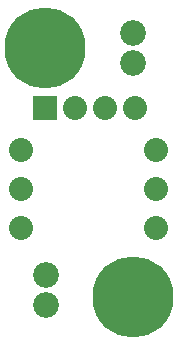
<source format=gts>
G04 (created by PCBNEW-RS274X (2012-01-19 BZR 3256)-stable) date 23/01/2013 13:42:51*
G01*
G70*
G90*
%MOIN*%
G04 Gerber Fmt 3.4, Leading zero omitted, Abs format*
%FSLAX34Y34*%
G04 APERTURE LIST*
%ADD10C,0.006000*%
%ADD11R,0.080000X0.080000*%
%ADD12C,0.080000*%
%ADD13C,0.086000*%
%ADD14C,0.270000*%
G04 APERTURE END LIST*
G54D10*
G54D11*
X63750Y-31000D03*
G54D12*
X64750Y-31000D03*
X65750Y-31000D03*
X66750Y-31000D03*
G54D13*
X63800Y-36550D03*
X63800Y-37550D03*
X66700Y-29500D03*
X66700Y-28500D03*
G54D14*
X63750Y-29000D03*
X66700Y-37300D03*
G54D12*
X62950Y-35000D03*
X67450Y-35000D03*
X62950Y-33700D03*
X67450Y-33700D03*
X62950Y-32400D03*
X67450Y-32400D03*
M02*

</source>
